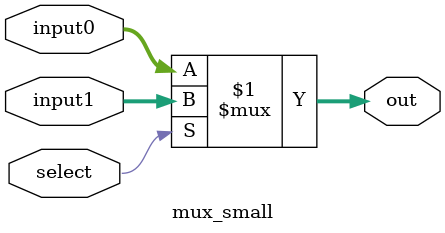
<source format=v>
module mux_small(input0, input1, select, out);
	input [29:0]	input0, input1;
	input		select;
	output [29:0]	out;

	assign out = (select) ? input1 : input0;
endmodule


</source>
